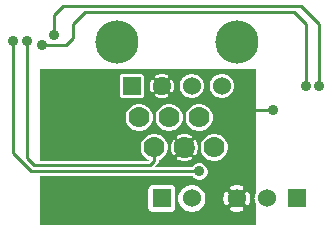
<source format=gbr>
G04 start of page 3 for group 1 idx 1 *
G04 Title: (unknown), solder *
G04 Creator: pcb 20110918 *
G04 CreationDate: Wed 06 Feb 2013 04:02:48 AM GMT UTC *
G04 For: railfan *
G04 Format: Gerber/RS-274X *
G04 PCB-Dimensions: 175000 175000 *
G04 PCB-Coordinate-Origin: lower left *
%MOIN*%
%FSLAX25Y25*%
%LNBOTTOM*%
%ADD33C,0.1280*%
%ADD32C,0.0350*%
%ADD31C,0.0380*%
%ADD30C,0.0200*%
%ADD29C,0.0360*%
%ADD28C,0.1440*%
%ADD27C,0.0700*%
%ADD26C,0.0600*%
%ADD25C,0.0100*%
%ADD24C,0.0001*%
G54D24*G36*
X114000Y93000D02*Y62500D01*
X102494D01*
Y63251D01*
X102653Y63348D01*
X103192Y63808D01*
X103652Y64347D01*
X104022Y64951D01*
X104293Y65605D01*
X104458Y66294D01*
X104500Y67000D01*
X104458Y67706D01*
X104293Y68395D01*
X104022Y69049D01*
X103652Y69653D01*
X103192Y70192D01*
X102653Y70652D01*
X102494Y70749D01*
Y83488D01*
X102500Y83488D01*
X103128Y83537D01*
X103740Y83684D01*
X104322Y83925D01*
X104858Y84254D01*
X105337Y84663D01*
X105746Y85142D01*
X106075Y85678D01*
X106316Y86260D01*
X106463Y86872D01*
X106500Y87500D01*
X106463Y88128D01*
X106316Y88740D01*
X106075Y89322D01*
X105746Y89858D01*
X105337Y90337D01*
X104858Y90746D01*
X104322Y91075D01*
X103740Y91316D01*
X103128Y91463D01*
X102500Y91512D01*
X102494Y91512D01*
Y93000D01*
X114000D01*
G37*
G36*
X102494Y70749D02*X102049Y71022D01*
X101395Y71293D01*
X100706Y71458D01*
X100000Y71514D01*
X99294Y71458D01*
X98605Y71293D01*
X97951Y71022D01*
X97347Y70652D01*
X96808Y70192D01*
X96348Y69653D01*
X95978Y69049D01*
X95707Y68395D01*
X95542Y67706D01*
X95486Y67000D01*
X95542Y66294D01*
X95707Y65605D01*
X95978Y64951D01*
X96348Y64347D01*
X96808Y63808D01*
X97347Y63348D01*
X97951Y62978D01*
X98605Y62707D01*
X99294Y62542D01*
X99824Y62500D01*
X93720D01*
Y64544D01*
X93771Y64583D01*
X93826Y64639D01*
X93870Y64704D01*
X94064Y65056D01*
X94221Y65426D01*
X94344Y65809D01*
X94433Y66200D01*
X94487Y66599D01*
X94504Y67000D01*
X94487Y67401D01*
X94433Y67800D01*
X94344Y68191D01*
X94221Y68574D01*
X94064Y68944D01*
X93874Y69298D01*
X93829Y69363D01*
X93774Y69420D01*
X93720Y69460D01*
Y72679D01*
X94294Y72542D01*
X95000Y72486D01*
X95706Y72542D01*
X96395Y72707D01*
X97049Y72978D01*
X97653Y73348D01*
X98192Y73808D01*
X98652Y74347D01*
X99022Y74951D01*
X99293Y75605D01*
X99458Y76294D01*
X99500Y77000D01*
X99458Y77706D01*
X99293Y78395D01*
X99022Y79049D01*
X98652Y79653D01*
X98192Y80192D01*
X97653Y80652D01*
X97049Y81022D01*
X96395Y81293D01*
X95706Y81458D01*
X95000Y81514D01*
X94294Y81458D01*
X93720Y81321D01*
Y83679D01*
X93740Y83684D01*
X94322Y83925D01*
X94858Y84254D01*
X95337Y84663D01*
X95746Y85142D01*
X96075Y85678D01*
X96316Y86260D01*
X96463Y86872D01*
X96500Y87500D01*
X96463Y88128D01*
X96316Y88740D01*
X96075Y89322D01*
X95746Y89858D01*
X95337Y90337D01*
X94858Y90746D01*
X94322Y91075D01*
X93740Y91316D01*
X93720Y91321D01*
Y93000D01*
X102494D01*
Y91512D01*
X101872Y91463D01*
X101260Y91316D01*
X100678Y91075D01*
X100142Y90746D01*
X99663Y90337D01*
X99254Y89858D01*
X98925Y89322D01*
X98684Y88740D01*
X98537Y88128D01*
X98488Y87500D01*
X98537Y86872D01*
X98684Y86260D01*
X98925Y85678D01*
X99254Y85142D01*
X99663Y84663D01*
X100142Y84254D01*
X100678Y83925D01*
X101260Y83684D01*
X101872Y83537D01*
X102494Y83488D01*
Y70749D01*
G37*
G36*
Y62500D02*X100176D01*
X100706Y62542D01*
X101395Y62707D01*
X102049Y62978D01*
X102494Y63251D01*
Y62500D01*
G37*
G36*
X89998Y93000D02*X93720D01*
Y91321D01*
X93128Y91463D01*
X92500Y91512D01*
X91872Y91463D01*
X91260Y91316D01*
X90678Y91075D01*
X90142Y90746D01*
X89998Y90624D01*
Y93000D01*
G37*
G36*
X93720Y62500D02*X90100D01*
X90401Y62513D01*
X90800Y62567D01*
X91191Y62656D01*
X91574Y62779D01*
X91944Y62936D01*
X92298Y63126D01*
X92363Y63171D01*
X92420Y63226D01*
X92468Y63290D01*
X92504Y63360D01*
X92530Y63435D01*
X92544Y63513D01*
X92545Y63592D01*
X92533Y63671D01*
X92510Y63746D01*
X92475Y63817D01*
X92429Y63882D01*
X92374Y63939D01*
X92311Y63987D01*
X92241Y64024D01*
X92166Y64049D01*
X92088Y64063D01*
X92008Y64064D01*
X91930Y64052D01*
X91854Y64029D01*
X91784Y63993D01*
X91510Y63843D01*
X91223Y63721D01*
X90926Y63625D01*
X90621Y63556D01*
X90312Y63514D01*
X90000Y63500D01*
X89998Y63500D01*
Y70500D01*
X90000Y70500D01*
X90312Y70486D01*
X90621Y70444D01*
X90926Y70375D01*
X91223Y70279D01*
X91510Y70157D01*
X91786Y70010D01*
X91855Y69974D01*
X91931Y69951D01*
X92009Y69940D01*
X92087Y69941D01*
X92165Y69954D01*
X92239Y69980D01*
X92309Y70016D01*
X92372Y70064D01*
X92427Y70120D01*
X92472Y70184D01*
X92507Y70255D01*
X92530Y70330D01*
X92541Y70408D01*
X92540Y70487D01*
X92527Y70564D01*
X92501Y70639D01*
X92465Y70708D01*
X92417Y70771D01*
X92361Y70826D01*
X92296Y70870D01*
X91944Y71064D01*
X91574Y71221D01*
X91191Y71344D01*
X90800Y71433D01*
X90401Y71487D01*
X90000Y71504D01*
X89998Y71504D01*
Y84376D01*
X90142Y84254D01*
X90678Y83925D01*
X91260Y83684D01*
X91872Y83537D01*
X92500Y83488D01*
X93128Y83537D01*
X93720Y83679D01*
Y81321D01*
X93605Y81293D01*
X92951Y81022D01*
X92347Y80652D01*
X91808Y80192D01*
X91348Y79653D01*
X90978Y79049D01*
X90707Y78395D01*
X90542Y77706D01*
X90486Y77000D01*
X90542Y76294D01*
X90707Y75605D01*
X90978Y74951D01*
X91348Y74347D01*
X91808Y73808D01*
X92347Y73348D01*
X92951Y72978D01*
X93605Y72707D01*
X93720Y72679D01*
Y69460D01*
X93710Y69468D01*
X93640Y69504D01*
X93565Y69530D01*
X93487Y69544D01*
X93408Y69545D01*
X93329Y69533D01*
X93254Y69510D01*
X93183Y69475D01*
X93118Y69429D01*
X93061Y69374D01*
X93013Y69311D01*
X92976Y69241D01*
X92951Y69166D01*
X92937Y69088D01*
X92936Y69008D01*
X92948Y68930D01*
X92971Y68854D01*
X93007Y68784D01*
X93157Y68510D01*
X93279Y68223D01*
X93375Y67926D01*
X93444Y67621D01*
X93486Y67312D01*
X93500Y67000D01*
X93486Y66688D01*
X93444Y66379D01*
X93375Y66074D01*
X93279Y65777D01*
X93157Y65490D01*
X93010Y65214D01*
X92974Y65145D01*
X92951Y65069D01*
X92940Y64991D01*
X92941Y64913D01*
X92954Y64835D01*
X92980Y64761D01*
X93016Y64691D01*
X93064Y64628D01*
X93120Y64573D01*
X93184Y64528D01*
X93255Y64493D01*
X93330Y64470D01*
X93408Y64459D01*
X93487Y64460D01*
X93564Y64473D01*
X93639Y64499D01*
X93708Y64535D01*
X93720Y64544D01*
Y62500D01*
G37*
G36*
X89998Y63500D02*X89688Y63514D01*
X89379Y63556D01*
X89074Y63625D01*
X88777Y63721D01*
X88490Y63843D01*
X88214Y63990D01*
X88145Y64026D01*
X88069Y64049D01*
X87991Y64060D01*
X87913Y64059D01*
X87835Y64046D01*
X87761Y64020D01*
X87691Y63984D01*
X87628Y63936D01*
X87573Y63880D01*
X87528Y63816D01*
X87493Y63745D01*
X87470Y63670D01*
X87459Y63592D01*
X87460Y63513D01*
X87473Y63436D01*
X87499Y63361D01*
X87535Y63292D01*
X87583Y63229D01*
X87639Y63174D01*
X87704Y63130D01*
X88056Y62936D01*
X88426Y62779D01*
X88809Y62656D01*
X89200Y62567D01*
X89599Y62513D01*
X89900Y62500D01*
X86280D01*
Y64540D01*
X86290Y64532D01*
X86360Y64496D01*
X86435Y64470D01*
X86513Y64456D01*
X86592Y64455D01*
X86671Y64467D01*
X86746Y64490D01*
X86817Y64525D01*
X86882Y64571D01*
X86939Y64626D01*
X86987Y64689D01*
X87024Y64759D01*
X87049Y64834D01*
X87063Y64912D01*
X87064Y64992D01*
X87052Y65070D01*
X87029Y65146D01*
X86993Y65216D01*
X86843Y65490D01*
X86721Y65777D01*
X86625Y66074D01*
X86556Y66379D01*
X86514Y66688D01*
X86500Y67000D01*
X86514Y67312D01*
X86556Y67621D01*
X86625Y67926D01*
X86721Y68223D01*
X86843Y68510D01*
X86990Y68786D01*
X87026Y68855D01*
X87049Y68931D01*
X87060Y69009D01*
X87059Y69087D01*
X87046Y69165D01*
X87020Y69239D01*
X86984Y69309D01*
X86936Y69372D01*
X86880Y69427D01*
X86816Y69472D01*
X86745Y69507D01*
X86670Y69530D01*
X86592Y69541D01*
X86513Y69540D01*
X86436Y69527D01*
X86361Y69501D01*
X86292Y69465D01*
X86280Y69456D01*
Y72679D01*
X86395Y72707D01*
X87049Y72978D01*
X87653Y73348D01*
X88192Y73808D01*
X88652Y74347D01*
X89022Y74951D01*
X89293Y75605D01*
X89458Y76294D01*
X89500Y77000D01*
X89458Y77706D01*
X89293Y78395D01*
X89022Y79049D01*
X88652Y79653D01*
X88192Y80192D01*
X87653Y80652D01*
X87049Y81022D01*
X86395Y81293D01*
X86280Y81321D01*
Y86186D01*
X86303Y86248D01*
X86401Y86598D01*
X86467Y86956D01*
X86500Y87318D01*
Y87682D01*
X86467Y88044D01*
X86401Y88402D01*
X86303Y88752D01*
X86280Y88814D01*
Y93000D01*
X89998D01*
Y90624D01*
X89663Y90337D01*
X89254Y89858D01*
X88925Y89322D01*
X88684Y88740D01*
X88537Y88128D01*
X88488Y87500D01*
X88537Y86872D01*
X88684Y86260D01*
X88925Y85678D01*
X89254Y85142D01*
X89663Y84663D01*
X89998Y84376D01*
Y71504D01*
X89599Y71487D01*
X89200Y71433D01*
X88809Y71344D01*
X88426Y71221D01*
X88056Y71064D01*
X87702Y70874D01*
X87637Y70829D01*
X87580Y70774D01*
X87532Y70710D01*
X87496Y70640D01*
X87470Y70565D01*
X87456Y70487D01*
X87455Y70408D01*
X87467Y70329D01*
X87490Y70254D01*
X87525Y70183D01*
X87571Y70118D01*
X87626Y70061D01*
X87689Y70013D01*
X87759Y69976D01*
X87834Y69951D01*
X87912Y69937D01*
X87992Y69936D01*
X88070Y69948D01*
X88146Y69971D01*
X88216Y70007D01*
X88490Y70157D01*
X88777Y70279D01*
X89074Y70375D01*
X89379Y70444D01*
X89688Y70486D01*
X89998Y70500D01*
Y63500D01*
G37*
G36*
X82502Y93000D02*X86280D01*
Y88814D01*
X86174Y89092D01*
X86015Y89419D01*
X85972Y89485D01*
X85919Y89544D01*
X85857Y89594D01*
X85788Y89633D01*
X85714Y89661D01*
X85637Y89677D01*
X85558Y89681D01*
X85479Y89673D01*
X85403Y89652D01*
X85330Y89620D01*
X85264Y89577D01*
X85205Y89524D01*
X85156Y89462D01*
X85116Y89393D01*
X85088Y89319D01*
X85072Y89242D01*
X85068Y89163D01*
X85076Y89084D01*
X85097Y89007D01*
X85130Y88936D01*
X85253Y88693D01*
X85350Y88438D01*
X85423Y88176D01*
X85472Y87908D01*
X85497Y87636D01*
Y87364D01*
X85472Y87092D01*
X85423Y86824D01*
X85350Y86562D01*
X85253Y86307D01*
X85133Y86063D01*
X85100Y85991D01*
X85079Y85916D01*
X85071Y85837D01*
X85075Y85759D01*
X85091Y85682D01*
X85119Y85608D01*
X85158Y85540D01*
X85207Y85479D01*
X85266Y85426D01*
X85332Y85383D01*
X85404Y85351D01*
X85480Y85330D01*
X85558Y85322D01*
X85636Y85326D01*
X85713Y85342D01*
X85787Y85370D01*
X85855Y85409D01*
X85916Y85458D01*
X85969Y85517D01*
X86011Y85583D01*
X86174Y85908D01*
X86280Y86186D01*
Y81321D01*
X85706Y81458D01*
X85000Y81514D01*
X84294Y81458D01*
X83605Y81293D01*
X82951Y81022D01*
X82502Y80747D01*
Y83500D01*
X82682D01*
X83044Y83533D01*
X83402Y83599D01*
X83752Y83697D01*
X84092Y83826D01*
X84419Y83985D01*
X84485Y84028D01*
X84544Y84081D01*
X84594Y84143D01*
X84633Y84212D01*
X84661Y84286D01*
X84677Y84363D01*
X84681Y84442D01*
X84673Y84521D01*
X84652Y84597D01*
X84620Y84670D01*
X84577Y84736D01*
X84524Y84795D01*
X84462Y84844D01*
X84393Y84884D01*
X84319Y84912D01*
X84242Y84928D01*
X84163Y84932D01*
X84084Y84924D01*
X84007Y84903D01*
X83936Y84870D01*
X83693Y84747D01*
X83438Y84650D01*
X83176Y84577D01*
X82908Y84528D01*
X82636Y84503D01*
X82502D01*
Y90497D01*
X82636D01*
X82908Y90472D01*
X83176Y90423D01*
X83438Y90350D01*
X83693Y90253D01*
X83937Y90133D01*
X84009Y90100D01*
X84084Y90079D01*
X84163Y90071D01*
X84241Y90075D01*
X84318Y90091D01*
X84392Y90119D01*
X84460Y90158D01*
X84521Y90207D01*
X84574Y90266D01*
X84617Y90332D01*
X84649Y90404D01*
X84670Y90480D01*
X84678Y90558D01*
X84674Y90636D01*
X84658Y90713D01*
X84630Y90787D01*
X84591Y90855D01*
X84542Y90916D01*
X84483Y90969D01*
X84417Y91011D01*
X84092Y91174D01*
X83752Y91303D01*
X83402Y91401D01*
X83044Y91467D01*
X82682Y91500D01*
X82502D01*
Y93000D01*
G37*
G36*
X86280Y62500D02*X82502D01*
Y63255D01*
X82653Y63348D01*
X83192Y63808D01*
X83652Y64347D01*
X84022Y64951D01*
X84293Y65605D01*
X84458Y66294D01*
X84500Y67000D01*
X84458Y67706D01*
X84293Y68395D01*
X84022Y69049D01*
X83652Y69653D01*
X83192Y70192D01*
X82653Y70652D01*
X82502Y70745D01*
Y73253D01*
X82951Y72978D01*
X83605Y72707D01*
X84294Y72542D01*
X85000Y72486D01*
X85706Y72542D01*
X86280Y72679D01*
Y69456D01*
X86229Y69417D01*
X86174Y69361D01*
X86130Y69296D01*
X85936Y68944D01*
X85779Y68574D01*
X85656Y68191D01*
X85567Y67800D01*
X85513Y67401D01*
X85496Y67000D01*
X85513Y66599D01*
X85567Y66200D01*
X85656Y65809D01*
X85779Y65426D01*
X85936Y65056D01*
X86126Y64702D01*
X86171Y64637D01*
X86226Y64580D01*
X86280Y64540D01*
Y62500D01*
G37*
G36*
X82502Y70745D02*X82049Y71022D01*
X81395Y71293D01*
X80706Y71458D01*
X80000Y71514D01*
X79294Y71458D01*
X79216Y71440D01*
Y75420D01*
X79293Y75605D01*
X79458Y76294D01*
X79500Y77000D01*
X79458Y77706D01*
X79293Y78395D01*
X79216Y78580D01*
Y85365D01*
X79286Y85339D01*
X79363Y85323D01*
X79442Y85319D01*
X79521Y85327D01*
X79597Y85348D01*
X79670Y85380D01*
X79736Y85423D01*
X79795Y85476D01*
X79844Y85538D01*
X79884Y85607D01*
X79912Y85681D01*
X79928Y85758D01*
X79932Y85837D01*
X79924Y85916D01*
X79903Y85993D01*
X79870Y86064D01*
X79747Y86307D01*
X79650Y86562D01*
X79577Y86824D01*
X79528Y87092D01*
X79503Y87364D01*
Y87636D01*
X79528Y87908D01*
X79577Y88176D01*
X79650Y88438D01*
X79747Y88693D01*
X79867Y88937D01*
X79900Y89009D01*
X79921Y89085D01*
X79929Y89163D01*
X79925Y89241D01*
X79909Y89318D01*
X79881Y89392D01*
X79842Y89460D01*
X79793Y89521D01*
X79734Y89574D01*
X79668Y89617D01*
X79596Y89649D01*
X79520Y89670D01*
X79442Y89678D01*
X79364Y89674D01*
X79287Y89658D01*
X79216Y89631D01*
Y93000D01*
X82502D01*
Y91500D01*
X82318D01*
X81956Y91467D01*
X81598Y91401D01*
X81248Y91303D01*
X80908Y91174D01*
X80581Y91015D01*
X80515Y90972D01*
X80456Y90919D01*
X80406Y90857D01*
X80367Y90788D01*
X80339Y90714D01*
X80323Y90637D01*
X80319Y90558D01*
X80327Y90479D01*
X80348Y90403D01*
X80380Y90330D01*
X80423Y90264D01*
X80476Y90205D01*
X80538Y90156D01*
X80607Y90116D01*
X80681Y90088D01*
X80758Y90072D01*
X80837Y90068D01*
X80916Y90076D01*
X80993Y90097D01*
X81064Y90130D01*
X81307Y90253D01*
X81562Y90350D01*
X81824Y90423D01*
X82092Y90472D01*
X82364Y90497D01*
X82502D01*
Y84503D01*
X82364D01*
X82092Y84528D01*
X81824Y84577D01*
X81562Y84650D01*
X81307Y84747D01*
X81063Y84867D01*
X80991Y84900D01*
X80915Y84921D01*
X80837Y84929D01*
X80759Y84925D01*
X80682Y84909D01*
X80608Y84881D01*
X80540Y84842D01*
X80479Y84793D01*
X80426Y84734D01*
X80383Y84668D01*
X80351Y84596D01*
X80330Y84520D01*
X80322Y84442D01*
X80326Y84364D01*
X80342Y84287D01*
X80370Y84213D01*
X80409Y84145D01*
X80458Y84084D01*
X80517Y84031D01*
X80583Y83989D01*
X80908Y83826D01*
X81248Y83697D01*
X81598Y83599D01*
X81956Y83533D01*
X82318Y83500D01*
X82502D01*
Y80747D01*
X82347Y80652D01*
X81808Y80192D01*
X81348Y79653D01*
X80978Y79049D01*
X80707Y78395D01*
X80542Y77706D01*
X80486Y77000D01*
X80542Y76294D01*
X80707Y75605D01*
X80978Y74951D01*
X81348Y74347D01*
X81808Y73808D01*
X82347Y73348D01*
X82502Y73253D01*
Y70745D01*
G37*
G36*
X79216Y78580D02*X79022Y79049D01*
X78652Y79653D01*
X78192Y80192D01*
X77653Y80652D01*
X77049Y81022D01*
X76395Y81293D01*
X75706Y81458D01*
X75000Y81514D01*
X74294Y81458D01*
X73605Y81293D01*
X72951Y81022D01*
X72500Y80746D01*
Y83505D01*
X75657Y83509D01*
X75810Y83546D01*
X75955Y83606D01*
X76090Y83688D01*
X76209Y83791D01*
X76312Y83910D01*
X76394Y84045D01*
X76454Y84190D01*
X76491Y84343D01*
X76500Y84500D01*
X76491Y90657D01*
X76454Y90810D01*
X76394Y90955D01*
X76312Y91090D01*
X76209Y91209D01*
X76090Y91312D01*
X75955Y91394D01*
X75810Y91454D01*
X75657Y91491D01*
X75500Y91500D01*
X72500Y91495D01*
Y93000D01*
X79216D01*
Y89631D01*
X79213Y89630D01*
X79145Y89591D01*
X79084Y89542D01*
X79031Y89483D01*
X78989Y89417D01*
X78826Y89092D01*
X78697Y88752D01*
X78599Y88402D01*
X78533Y88044D01*
X78500Y87682D01*
Y87318D01*
X78533Y86956D01*
X78599Y86598D01*
X78697Y86248D01*
X78826Y85908D01*
X78985Y85581D01*
X79028Y85515D01*
X79081Y85456D01*
X79143Y85406D01*
X79212Y85367D01*
X79216Y85365D01*
Y78580D01*
G37*
G36*
Y71440D02*X78605Y71293D01*
X77951Y71022D01*
X77347Y70652D01*
X76808Y70192D01*
X76348Y69653D01*
X75978Y69049D01*
X75707Y68395D01*
X75542Y67706D01*
X75486Y67000D01*
X75542Y66294D01*
X75707Y65605D01*
X75978Y64951D01*
X76348Y64347D01*
X76808Y63808D01*
X77347Y63348D01*
X77951Y62978D01*
X78238Y62859D01*
X77879Y62500D01*
X72500D01*
Y73254D01*
X72951Y72978D01*
X73605Y72707D01*
X74294Y72542D01*
X75000Y72486D01*
X75706Y72542D01*
X76395Y72707D01*
X77049Y72978D01*
X77653Y73348D01*
X78192Y73808D01*
X78652Y74347D01*
X79022Y74951D01*
X79216Y75420D01*
Y71440D01*
G37*
G36*
X82502Y62500D02*X81505D01*
X81500Y62559D01*
Y62751D01*
X82049Y62978D01*
X82502Y63255D01*
Y62500D01*
G37*
G36*
X72500Y62500D02*X42000D01*
Y93000D01*
X72500D01*
Y91495D01*
X69343Y91491D01*
X69190Y91454D01*
X69045Y91394D01*
X68910Y91312D01*
X68791Y91209D01*
X68688Y91090D01*
X68606Y90955D01*
X68546Y90810D01*
X68509Y90657D01*
X68500Y90500D01*
X68509Y84343D01*
X68546Y84190D01*
X68606Y84045D01*
X68688Y83910D01*
X68791Y83791D01*
X68910Y83688D01*
X69045Y83606D01*
X69190Y83546D01*
X69343Y83509D01*
X69500Y83500D01*
X72500Y83505D01*
Y80746D01*
X72347Y80652D01*
X71808Y80192D01*
X71348Y79653D01*
X70978Y79049D01*
X70707Y78395D01*
X70542Y77706D01*
X70486Y77000D01*
X70542Y76294D01*
X70707Y75605D01*
X70978Y74951D01*
X71348Y74347D01*
X71808Y73808D01*
X72347Y73348D01*
X72500Y73254D01*
Y62500D01*
G37*
G36*
X111113Y66000D02*X114000D01*
Y52135D01*
X113836Y51867D01*
X113589Y51271D01*
X113438Y50643D01*
X113387Y50000D01*
X113438Y49357D01*
X113589Y48729D01*
X113836Y48133D01*
X114000Y47865D01*
Y41000D01*
X111113D01*
Y47853D01*
X111156Y47860D01*
X111268Y47897D01*
X111373Y47952D01*
X111468Y48022D01*
X111551Y48106D01*
X111619Y48202D01*
X111670Y48308D01*
X111818Y48716D01*
X111922Y49137D01*
X111984Y49567D01*
X112005Y50000D01*
X111984Y50433D01*
X111922Y50863D01*
X111818Y51284D01*
X111675Y51694D01*
X111622Y51800D01*
X111553Y51896D01*
X111470Y51981D01*
X111375Y52051D01*
X111269Y52106D01*
X111157Y52143D01*
X111113Y52151D01*
Y66000D01*
G37*
G36*
X107502D02*X111113D01*
Y52151D01*
X111040Y52163D01*
X110921Y52164D01*
X110804Y52146D01*
X110691Y52110D01*
X110585Y52057D01*
X110488Y51988D01*
X110404Y51905D01*
X110333Y51809D01*
X110279Y51704D01*
X110241Y51592D01*
X110222Y51475D01*
X110221Y51356D01*
X110239Y51239D01*
X110277Y51126D01*
X110376Y50855D01*
X110444Y50575D01*
X110486Y50289D01*
X110500Y50000D01*
X110486Y49711D01*
X110444Y49425D01*
X110376Y49145D01*
X110280Y48872D01*
X110242Y48761D01*
X110225Y48644D01*
X110225Y48526D01*
X110245Y48409D01*
X110282Y48297D01*
X110336Y48193D01*
X110406Y48098D01*
X110491Y48015D01*
X110587Y47946D01*
X110692Y47893D01*
X110805Y47857D01*
X110921Y47840D01*
X111039Y47841D01*
X111113Y47853D01*
Y41000D01*
X107502D01*
Y45495D01*
X107933Y45516D01*
X108363Y45578D01*
X108784Y45682D01*
X109194Y45825D01*
X109300Y45878D01*
X109396Y45947D01*
X109481Y46030D01*
X109551Y46125D01*
X109606Y46231D01*
X109643Y46343D01*
X109663Y46460D01*
X109664Y46579D01*
X109646Y46696D01*
X109610Y46809D01*
X109557Y46915D01*
X109488Y47012D01*
X109405Y47096D01*
X109309Y47167D01*
X109204Y47221D01*
X109092Y47259D01*
X108975Y47278D01*
X108856Y47279D01*
X108739Y47261D01*
X108626Y47223D01*
X108355Y47124D01*
X108075Y47056D01*
X107789Y47014D01*
X107502Y47000D01*
Y53000D01*
X107789Y52986D01*
X108075Y52944D01*
X108355Y52876D01*
X108628Y52780D01*
X108739Y52742D01*
X108856Y52725D01*
X108974Y52725D01*
X109091Y52745D01*
X109203Y52782D01*
X109307Y52836D01*
X109402Y52906D01*
X109485Y52991D01*
X109554Y53087D01*
X109607Y53192D01*
X109643Y53305D01*
X109660Y53421D01*
X109659Y53539D01*
X109640Y53656D01*
X109603Y53768D01*
X109548Y53873D01*
X109478Y53968D01*
X109394Y54051D01*
X109298Y54119D01*
X109192Y54170D01*
X108784Y54318D01*
X108363Y54422D01*
X107933Y54484D01*
X107502Y54505D01*
Y66000D01*
G37*
G36*
X103887Y64730D02*X104022Y64951D01*
X104293Y65605D01*
X104388Y66000D01*
X107502D01*
Y54505D01*
X107500Y54505D01*
X107067Y54484D01*
X106637Y54422D01*
X106216Y54318D01*
X105806Y54175D01*
X105700Y54122D01*
X105604Y54053D01*
X105519Y53970D01*
X105449Y53875D01*
X105394Y53769D01*
X105357Y53657D01*
X105337Y53540D01*
X105336Y53421D01*
X105354Y53304D01*
X105390Y53191D01*
X105443Y53085D01*
X105512Y52988D01*
X105595Y52904D01*
X105691Y52833D01*
X105796Y52779D01*
X105908Y52741D01*
X106025Y52722D01*
X106144Y52721D01*
X106261Y52739D01*
X106374Y52777D01*
X106645Y52876D01*
X106925Y52944D01*
X107211Y52986D01*
X107500Y53000D01*
X107502Y53000D01*
Y47000D01*
X107500Y47000D01*
X107211Y47014D01*
X106925Y47056D01*
X106645Y47124D01*
X106372Y47220D01*
X106261Y47258D01*
X106144Y47275D01*
X106026Y47275D01*
X105909Y47255D01*
X105797Y47218D01*
X105693Y47164D01*
X105598Y47094D01*
X105515Y47009D01*
X105446Y46913D01*
X105393Y46808D01*
X105357Y46695D01*
X105340Y46579D01*
X105341Y46461D01*
X105360Y46344D01*
X105397Y46232D01*
X105452Y46127D01*
X105522Y46032D01*
X105606Y45949D01*
X105702Y45881D01*
X105808Y45830D01*
X106216Y45682D01*
X106637Y45578D01*
X107067Y45516D01*
X107500Y45495D01*
X107502Y45495D01*
Y41000D01*
X103887D01*
Y47849D01*
X103960Y47837D01*
X104079Y47836D01*
X104196Y47854D01*
X104309Y47890D01*
X104415Y47943D01*
X104512Y48012D01*
X104596Y48095D01*
X104667Y48191D01*
X104721Y48296D01*
X104759Y48408D01*
X104778Y48525D01*
X104779Y48644D01*
X104761Y48761D01*
X104723Y48874D01*
X104624Y49145D01*
X104556Y49425D01*
X104514Y49711D01*
X104500Y50000D01*
X104514Y50289D01*
X104556Y50575D01*
X104624Y50855D01*
X104720Y51128D01*
X104758Y51239D01*
X104775Y51356D01*
X104775Y51474D01*
X104755Y51591D01*
X104718Y51703D01*
X104664Y51807D01*
X104594Y51902D01*
X104509Y51985D01*
X104413Y52054D01*
X104308Y52107D01*
X104195Y52143D01*
X104079Y52160D01*
X103961Y52159D01*
X103887Y52147D01*
Y64730D01*
G37*
G36*
X92493Y66000D02*X93351D01*
X93279Y65777D01*
X93157Y65490D01*
X93010Y65214D01*
X92974Y65145D01*
X92951Y65069D01*
X92940Y64991D01*
X92941Y64913D01*
X92954Y64835D01*
X92980Y64761D01*
X93016Y64691D01*
X93064Y64628D01*
X93120Y64573D01*
X93184Y64528D01*
X93255Y64493D01*
X93330Y64470D01*
X93408Y64459D01*
X93487Y64460D01*
X93564Y64473D01*
X93639Y64499D01*
X93708Y64535D01*
X93771Y64583D01*
X93826Y64639D01*
X93870Y64704D01*
X94064Y65056D01*
X94221Y65426D01*
X94344Y65809D01*
X94387Y66000D01*
X95612D01*
X95707Y65605D01*
X95978Y64951D01*
X96348Y64347D01*
X96808Y63808D01*
X97347Y63348D01*
X97951Y62978D01*
X98605Y62707D01*
X99294Y62542D01*
X100000Y62486D01*
X100706Y62542D01*
X101395Y62707D01*
X102049Y62978D01*
X102653Y63348D01*
X103192Y63808D01*
X103652Y64347D01*
X103887Y64730D01*
Y52147D01*
X103844Y52140D01*
X103732Y52103D01*
X103627Y52048D01*
X103532Y51978D01*
X103449Y51894D01*
X103381Y51798D01*
X103330Y51692D01*
X103182Y51284D01*
X103078Y50863D01*
X103016Y50433D01*
X102995Y50000D01*
X103016Y49567D01*
X103078Y49137D01*
X103182Y48716D01*
X103325Y48306D01*
X103378Y48200D01*
X103447Y48104D01*
X103530Y48019D01*
X103625Y47949D01*
X103731Y47894D01*
X103843Y47857D01*
X103887Y47849D01*
Y41000D01*
X92493D01*
Y45487D01*
X92500Y45486D01*
X93206Y45542D01*
X93895Y45707D01*
X94549Y45978D01*
X95153Y46348D01*
X95692Y46808D01*
X96152Y47347D01*
X96522Y47951D01*
X96793Y48605D01*
X96958Y49294D01*
X97000Y50000D01*
X96958Y50706D01*
X96793Y51395D01*
X96522Y52049D01*
X96152Y52653D01*
X95692Y53192D01*
X95153Y53652D01*
X94549Y54022D01*
X93895Y54293D01*
X93206Y54458D01*
X92500Y54514D01*
X92493Y54513D01*
Y57500D01*
X92635D01*
X92728Y57349D01*
X93014Y57014D01*
X93349Y56728D01*
X93725Y56497D01*
X94132Y56329D01*
X94561Y56226D01*
X95000Y56191D01*
X95439Y56226D01*
X95868Y56329D01*
X96275Y56497D01*
X96651Y56728D01*
X96986Y57014D01*
X97272Y57349D01*
X97503Y57725D01*
X97671Y58132D01*
X97774Y58561D01*
X97800Y59000D01*
X97774Y59439D01*
X97671Y59868D01*
X97503Y60275D01*
X97272Y60651D01*
X96986Y60986D01*
X96651Y61272D01*
X96275Y61503D01*
X95868Y61671D01*
X95439Y61774D01*
X95000Y61809D01*
X94561Y61774D01*
X94132Y61671D01*
X93725Y61503D01*
X93349Y61272D01*
X93014Y60986D01*
X92728Y60651D01*
X92635Y60500D01*
X92493D01*
Y63338D01*
X92504Y63360D01*
X92530Y63435D01*
X92544Y63513D01*
X92545Y63592D01*
X92533Y63671D01*
X92510Y63746D01*
X92493Y63781D01*
Y66000D01*
G37*
G36*
Y41000D02*X82500D01*
Y45507D01*
X85735Y45514D01*
X85965Y45569D01*
X86183Y45659D01*
X86384Y45783D01*
X86564Y45936D01*
X86717Y46116D01*
X86841Y46317D01*
X86931Y46535D01*
X86986Y46765D01*
X87000Y47000D01*
X86986Y53235D01*
X86931Y53465D01*
X86841Y53683D01*
X86717Y53884D01*
X86564Y54064D01*
X86384Y54217D01*
X86183Y54341D01*
X85965Y54431D01*
X85735Y54486D01*
X85500Y54500D01*
X82500Y54493D01*
Y57500D01*
X92493D01*
Y54513D01*
X91794Y54458D01*
X91105Y54293D01*
X90451Y54022D01*
X89847Y53652D01*
X89308Y53192D01*
X88848Y52653D01*
X88478Y52049D01*
X88207Y51395D01*
X88042Y50706D01*
X87986Y50000D01*
X88042Y49294D01*
X88207Y48605D01*
X88478Y47951D01*
X88848Y47347D01*
X89308Y46808D01*
X89847Y46348D01*
X90451Y45978D01*
X91105Y45707D01*
X91794Y45542D01*
X92493Y45487D01*
Y41000D01*
G37*
G36*
X84388Y66000D02*X85613D01*
X85656Y65809D01*
X85779Y65426D01*
X85936Y65056D01*
X86126Y64702D01*
X86171Y64637D01*
X86226Y64580D01*
X86290Y64532D01*
X86360Y64496D01*
X86435Y64470D01*
X86513Y64456D01*
X86592Y64455D01*
X86671Y64467D01*
X86746Y64490D01*
X86817Y64525D01*
X86882Y64571D01*
X86939Y64626D01*
X86987Y64689D01*
X87024Y64759D01*
X87049Y64834D01*
X87063Y64912D01*
X87064Y64992D01*
X87052Y65070D01*
X87029Y65146D01*
X86993Y65216D01*
X86843Y65490D01*
X86721Y65777D01*
X86649Y66000D01*
X92493D01*
Y63781D01*
X92475Y63817D01*
X92429Y63882D01*
X92374Y63939D01*
X92311Y63987D01*
X92241Y64024D01*
X92166Y64049D01*
X92088Y64063D01*
X92008Y64064D01*
X91930Y64052D01*
X91854Y64029D01*
X91784Y63993D01*
X91510Y63843D01*
X91223Y63721D01*
X90926Y63625D01*
X90621Y63556D01*
X90312Y63514D01*
X90000Y63500D01*
X89688Y63514D01*
X89379Y63556D01*
X89074Y63625D01*
X88777Y63721D01*
X88490Y63843D01*
X88214Y63990D01*
X88145Y64026D01*
X88069Y64049D01*
X87991Y64060D01*
X87913Y64059D01*
X87835Y64046D01*
X87761Y64020D01*
X87691Y63984D01*
X87628Y63936D01*
X87573Y63880D01*
X87528Y63816D01*
X87493Y63745D01*
X87470Y63670D01*
X87459Y63592D01*
X87460Y63513D01*
X87473Y63436D01*
X87499Y63361D01*
X87535Y63292D01*
X87583Y63229D01*
X87639Y63174D01*
X87704Y63130D01*
X88056Y62936D01*
X88426Y62779D01*
X88809Y62656D01*
X89200Y62567D01*
X89599Y62513D01*
X90000Y62496D01*
X90401Y62513D01*
X90800Y62567D01*
X91191Y62656D01*
X91574Y62779D01*
X91944Y62936D01*
X92298Y63126D01*
X92363Y63171D01*
X92420Y63226D01*
X92468Y63290D01*
X92493Y63338D01*
Y60500D01*
X82500D01*
Y63254D01*
X82653Y63348D01*
X83192Y63808D01*
X83652Y64347D01*
X84022Y64951D01*
X84293Y65605D01*
X84388Y66000D01*
G37*
G36*
X82500Y60500D02*X80121D01*
X81019Y61398D01*
X81064Y61436D01*
X81217Y61615D01*
X81217Y61616D01*
X81341Y61817D01*
X81431Y62035D01*
X81486Y62265D01*
X81505Y62500D01*
X81500Y62559D01*
Y62751D01*
X82049Y62978D01*
X82500Y63254D01*
Y60500D01*
G37*
G36*
Y41000D02*X42000D01*
Y57500D01*
X82500D01*
Y54493D01*
X79265Y54486D01*
X79035Y54431D01*
X78817Y54341D01*
X78616Y54217D01*
X78436Y54064D01*
X78283Y53884D01*
X78159Y53683D01*
X78069Y53465D01*
X78014Y53235D01*
X78000Y53000D01*
X78014Y46765D01*
X78069Y46535D01*
X78159Y46317D01*
X78283Y46116D01*
X78436Y45936D01*
X78616Y45783D01*
X78817Y45659D01*
X79035Y45569D01*
X79265Y45514D01*
X79500Y45500D01*
X82500Y45507D01*
Y41000D01*
G37*
G54D25*X111000Y79500D02*X119500D01*
X130500Y108000D02*Y87500D01*
X135000Y108000D02*Y87500D01*
Y108000D02*X129000Y114000D01*
X130500Y108000D02*X126500Y112000D01*
X57000D02*X126500D01*
X49500Y114000D02*X129000D01*
X57000Y112000D02*X53000Y108000D01*
Y103500D01*
X50500Y101000D01*
X42500D02*X50500D01*
X49500Y114000D02*X46500Y111000D01*
Y104500D01*
X37500Y63500D02*X40000Y61000D01*
X78500D01*
X80000Y62500D01*
Y67500D02*Y62500D01*
X39000Y59000D02*X95000D01*
X33000Y102500D02*Y65000D01*
X37500Y102500D02*Y63500D01*
X39000Y59000D02*X33000Y65000D01*
G54D24*G36*
X79500Y53000D02*Y47000D01*
X85500D01*
Y53000D01*
X79500D01*
G37*
G54D26*X92500Y50000D03*
G54D27*X90000Y67000D03*
X80000D03*
X100000D03*
G54D24*G36*
X124500Y53000D02*Y47000D01*
X130500D01*
Y53000D01*
X124500D01*
G37*
G54D26*X117500Y50000D03*
X107500D03*
G54D24*G36*
X69500Y90500D02*Y84500D01*
X75500D01*
Y90500D01*
X69500D01*
G37*
G54D26*X82500Y87500D03*
X92500D03*
X102500D03*
G54D27*X95000Y77000D03*
G54D28*X107500Y102000D03*
G54D27*X85000Y77000D03*
X75000D03*
G54D28*X67500Y102000D03*
G54D29*X53000Y84500D03*
X47500D03*
X46500Y104500D03*
X42500Y101000D03*
X37500Y102500D03*
X33000D03*
X95000Y59000D03*
X119500Y79500D03*
X130500Y87500D03*
X135000D03*
G54D30*G54D31*G54D32*G54D31*G54D32*G54D33*G54D32*G54D33*M02*

</source>
